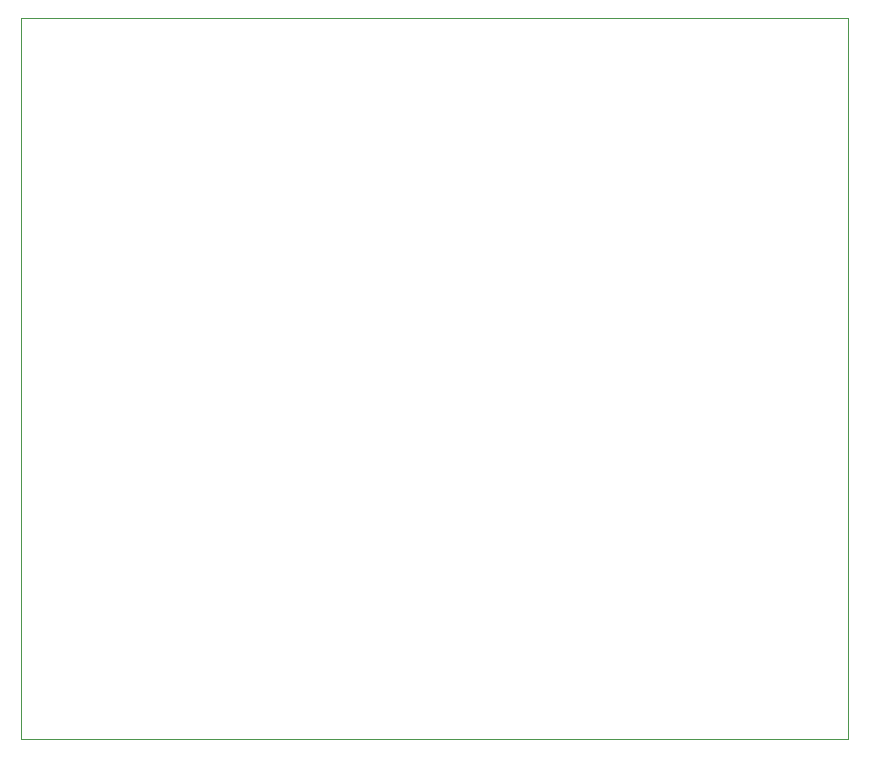
<source format=gm1>
%TF.GenerationSoftware,KiCad,Pcbnew,7.0.11+dfsg-1build4*%
%TF.CreationDate,2025-09-15T10:53:30+02:00*%
%TF.ProjectId,upp10a3v1.1,75707031-3061-4337-9631-2e312e6b6963,rev?*%
%TF.SameCoordinates,Original*%
%TF.FileFunction,Profile,NP*%
%FSLAX46Y46*%
G04 Gerber Fmt 4.6, Leading zero omitted, Abs format (unit mm)*
G04 Created by KiCad (PCBNEW 7.0.11+dfsg-1build4) date 2025-09-15 10:53:30*
%MOMM*%
%LPD*%
G01*
G04 APERTURE LIST*
%TA.AperFunction,Profile*%
%ADD10C,0.050000*%
%TD*%
G04 APERTURE END LIST*
D10*
X50800000Y-137200000D02*
X120800000Y-137200000D01*
X120800000Y-76200000D02*
X50800000Y-76200000D01*
X120800000Y-137200000D02*
X120800000Y-76200000D01*
X50800000Y-76200000D02*
X50800000Y-137200000D01*
M02*

</source>
